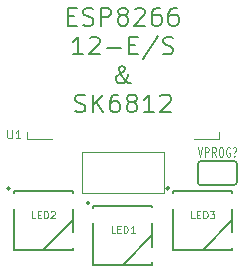
<source format=gto>
G04 #@! TF.FileFunction,Legend,Top*
%FSLAX46Y46*%
G04 Gerber Fmt 4.6, Leading zero omitted, Abs format (unit mm)*
G04 Created by KiCad (PCBNEW 4.0.7-e2-6376~58~ubuntu17.04.1) date Mon Dec 25 20:32:12 2017*
%MOMM*%
%LPD*%
G01*
G04 APERTURE LIST*
%ADD10C,0.100000*%
%ADD11C,0.200000*%
%ADD12C,0.152400*%
%ADD13C,0.150000*%
%ADD14C,0.120000*%
G04 APERTURE END LIST*
D10*
D11*
X151607144Y-111217857D02*
X152107144Y-111217857D01*
X152321430Y-112003571D02*
X151607144Y-112003571D01*
X151607144Y-110503571D01*
X152321430Y-110503571D01*
X152892858Y-111932143D02*
X153107144Y-112003571D01*
X153464287Y-112003571D01*
X153607144Y-111932143D01*
X153678573Y-111860714D01*
X153750001Y-111717857D01*
X153750001Y-111575000D01*
X153678573Y-111432143D01*
X153607144Y-111360714D01*
X153464287Y-111289286D01*
X153178573Y-111217857D01*
X153035715Y-111146429D01*
X152964287Y-111075000D01*
X152892858Y-110932143D01*
X152892858Y-110789286D01*
X152964287Y-110646429D01*
X153035715Y-110575000D01*
X153178573Y-110503571D01*
X153535715Y-110503571D01*
X153750001Y-110575000D01*
X154392858Y-112003571D02*
X154392858Y-110503571D01*
X154964286Y-110503571D01*
X155107144Y-110575000D01*
X155178572Y-110646429D01*
X155250001Y-110789286D01*
X155250001Y-111003571D01*
X155178572Y-111146429D01*
X155107144Y-111217857D01*
X154964286Y-111289286D01*
X154392858Y-111289286D01*
X156107144Y-111146429D02*
X155964286Y-111075000D01*
X155892858Y-111003571D01*
X155821429Y-110860714D01*
X155821429Y-110789286D01*
X155892858Y-110646429D01*
X155964286Y-110575000D01*
X156107144Y-110503571D01*
X156392858Y-110503571D01*
X156535715Y-110575000D01*
X156607144Y-110646429D01*
X156678572Y-110789286D01*
X156678572Y-110860714D01*
X156607144Y-111003571D01*
X156535715Y-111075000D01*
X156392858Y-111146429D01*
X156107144Y-111146429D01*
X155964286Y-111217857D01*
X155892858Y-111289286D01*
X155821429Y-111432143D01*
X155821429Y-111717857D01*
X155892858Y-111860714D01*
X155964286Y-111932143D01*
X156107144Y-112003571D01*
X156392858Y-112003571D01*
X156535715Y-111932143D01*
X156607144Y-111860714D01*
X156678572Y-111717857D01*
X156678572Y-111432143D01*
X156607144Y-111289286D01*
X156535715Y-111217857D01*
X156392858Y-111146429D01*
X157250000Y-110646429D02*
X157321429Y-110575000D01*
X157464286Y-110503571D01*
X157821429Y-110503571D01*
X157964286Y-110575000D01*
X158035715Y-110646429D01*
X158107143Y-110789286D01*
X158107143Y-110932143D01*
X158035715Y-111146429D01*
X157178572Y-112003571D01*
X158107143Y-112003571D01*
X159392857Y-110503571D02*
X159107143Y-110503571D01*
X158964286Y-110575000D01*
X158892857Y-110646429D01*
X158750000Y-110860714D01*
X158678571Y-111146429D01*
X158678571Y-111717857D01*
X158750000Y-111860714D01*
X158821428Y-111932143D01*
X158964286Y-112003571D01*
X159250000Y-112003571D01*
X159392857Y-111932143D01*
X159464286Y-111860714D01*
X159535714Y-111717857D01*
X159535714Y-111360714D01*
X159464286Y-111217857D01*
X159392857Y-111146429D01*
X159250000Y-111075000D01*
X158964286Y-111075000D01*
X158821428Y-111146429D01*
X158750000Y-111217857D01*
X158678571Y-111360714D01*
X160821428Y-110503571D02*
X160535714Y-110503571D01*
X160392857Y-110575000D01*
X160321428Y-110646429D01*
X160178571Y-110860714D01*
X160107142Y-111146429D01*
X160107142Y-111717857D01*
X160178571Y-111860714D01*
X160249999Y-111932143D01*
X160392857Y-112003571D01*
X160678571Y-112003571D01*
X160821428Y-111932143D01*
X160892857Y-111860714D01*
X160964285Y-111717857D01*
X160964285Y-111360714D01*
X160892857Y-111217857D01*
X160821428Y-111146429D01*
X160678571Y-111075000D01*
X160392857Y-111075000D01*
X160249999Y-111146429D01*
X160178571Y-111217857D01*
X160107142Y-111360714D01*
X152857143Y-114453571D02*
X152000000Y-114453571D01*
X152428572Y-114453571D02*
X152428572Y-112953571D01*
X152285715Y-113167857D01*
X152142857Y-113310714D01*
X152000000Y-113382143D01*
X153428571Y-113096429D02*
X153500000Y-113025000D01*
X153642857Y-112953571D01*
X154000000Y-112953571D01*
X154142857Y-113025000D01*
X154214286Y-113096429D01*
X154285714Y-113239286D01*
X154285714Y-113382143D01*
X154214286Y-113596429D01*
X153357143Y-114453571D01*
X154285714Y-114453571D01*
X154928571Y-113882143D02*
X156071428Y-113882143D01*
X156785714Y-113667857D02*
X157285714Y-113667857D01*
X157500000Y-114453571D02*
X156785714Y-114453571D01*
X156785714Y-112953571D01*
X157500000Y-112953571D01*
X159214285Y-112882143D02*
X157928571Y-114810714D01*
X159642857Y-114382143D02*
X159857143Y-114453571D01*
X160214286Y-114453571D01*
X160357143Y-114382143D01*
X160428572Y-114310714D01*
X160500000Y-114167857D01*
X160500000Y-114025000D01*
X160428572Y-113882143D01*
X160357143Y-113810714D01*
X160214286Y-113739286D01*
X159928572Y-113667857D01*
X159785714Y-113596429D01*
X159714286Y-113525000D01*
X159642857Y-113382143D01*
X159642857Y-113239286D01*
X159714286Y-113096429D01*
X159785714Y-113025000D01*
X159928572Y-112953571D01*
X160285714Y-112953571D01*
X160500000Y-113025000D01*
X156892858Y-116903571D02*
X156821429Y-116903571D01*
X156678572Y-116832143D01*
X156464286Y-116617857D01*
X156107143Y-116189286D01*
X155964286Y-115975000D01*
X155892858Y-115760714D01*
X155892858Y-115617857D01*
X155964286Y-115475000D01*
X156107143Y-115403571D01*
X156178572Y-115403571D01*
X156321429Y-115475000D01*
X156392858Y-115617857D01*
X156392858Y-115689286D01*
X156321429Y-115832143D01*
X156250000Y-115903571D01*
X155821429Y-116189286D01*
X155750000Y-116260714D01*
X155678572Y-116403571D01*
X155678572Y-116617857D01*
X155750000Y-116760714D01*
X155821429Y-116832143D01*
X155964286Y-116903571D01*
X156178572Y-116903571D01*
X156321429Y-116832143D01*
X156392858Y-116760714D01*
X156607143Y-116475000D01*
X156678572Y-116260714D01*
X156678572Y-116117857D01*
X152214287Y-119282143D02*
X152428573Y-119353571D01*
X152785716Y-119353571D01*
X152928573Y-119282143D01*
X153000002Y-119210714D01*
X153071430Y-119067857D01*
X153071430Y-118925000D01*
X153000002Y-118782143D01*
X152928573Y-118710714D01*
X152785716Y-118639286D01*
X152500002Y-118567857D01*
X152357144Y-118496429D01*
X152285716Y-118425000D01*
X152214287Y-118282143D01*
X152214287Y-118139286D01*
X152285716Y-117996429D01*
X152357144Y-117925000D01*
X152500002Y-117853571D01*
X152857144Y-117853571D01*
X153071430Y-117925000D01*
X153714287Y-119353571D02*
X153714287Y-117853571D01*
X154571430Y-119353571D02*
X153928573Y-118496429D01*
X154571430Y-117853571D02*
X153714287Y-118710714D01*
X155857144Y-117853571D02*
X155571430Y-117853571D01*
X155428573Y-117925000D01*
X155357144Y-117996429D01*
X155214287Y-118210714D01*
X155142858Y-118496429D01*
X155142858Y-119067857D01*
X155214287Y-119210714D01*
X155285715Y-119282143D01*
X155428573Y-119353571D01*
X155714287Y-119353571D01*
X155857144Y-119282143D01*
X155928573Y-119210714D01*
X156000001Y-119067857D01*
X156000001Y-118710714D01*
X155928573Y-118567857D01*
X155857144Y-118496429D01*
X155714287Y-118425000D01*
X155428573Y-118425000D01*
X155285715Y-118496429D01*
X155214287Y-118567857D01*
X155142858Y-118710714D01*
X156857144Y-118496429D02*
X156714286Y-118425000D01*
X156642858Y-118353571D01*
X156571429Y-118210714D01*
X156571429Y-118139286D01*
X156642858Y-117996429D01*
X156714286Y-117925000D01*
X156857144Y-117853571D01*
X157142858Y-117853571D01*
X157285715Y-117925000D01*
X157357144Y-117996429D01*
X157428572Y-118139286D01*
X157428572Y-118210714D01*
X157357144Y-118353571D01*
X157285715Y-118425000D01*
X157142858Y-118496429D01*
X156857144Y-118496429D01*
X156714286Y-118567857D01*
X156642858Y-118639286D01*
X156571429Y-118782143D01*
X156571429Y-119067857D01*
X156642858Y-119210714D01*
X156714286Y-119282143D01*
X156857144Y-119353571D01*
X157142858Y-119353571D01*
X157285715Y-119282143D01*
X157357144Y-119210714D01*
X157428572Y-119067857D01*
X157428572Y-118782143D01*
X157357144Y-118639286D01*
X157285715Y-118567857D01*
X157142858Y-118496429D01*
X158857143Y-119353571D02*
X158000000Y-119353571D01*
X158428572Y-119353571D02*
X158428572Y-117853571D01*
X158285715Y-118067857D01*
X158142857Y-118210714D01*
X158000000Y-118282143D01*
X159428571Y-117996429D02*
X159500000Y-117925000D01*
X159642857Y-117853571D01*
X160000000Y-117853571D01*
X160142857Y-117925000D01*
X160214286Y-117996429D01*
X160285714Y-118139286D01*
X160285714Y-118282143D01*
X160214286Y-118496429D01*
X159357143Y-119353571D01*
X160285714Y-119353571D01*
D10*
X162578572Y-122311905D02*
X162778572Y-123111905D01*
X162978572Y-122311905D01*
X163178572Y-123111905D02*
X163178572Y-122311905D01*
X163407144Y-122311905D01*
X163464286Y-122350000D01*
X163492858Y-122388095D01*
X163521429Y-122464286D01*
X163521429Y-122578571D01*
X163492858Y-122654762D01*
X163464286Y-122692857D01*
X163407144Y-122730952D01*
X163178572Y-122730952D01*
X164121429Y-123111905D02*
X163921429Y-122730952D01*
X163778572Y-123111905D02*
X163778572Y-122311905D01*
X164007144Y-122311905D01*
X164064286Y-122350000D01*
X164092858Y-122388095D01*
X164121429Y-122464286D01*
X164121429Y-122578571D01*
X164092858Y-122654762D01*
X164064286Y-122692857D01*
X164007144Y-122730952D01*
X163778572Y-122730952D01*
X164492858Y-122311905D02*
X164607144Y-122311905D01*
X164664286Y-122350000D01*
X164721429Y-122426190D01*
X164750001Y-122578571D01*
X164750001Y-122845238D01*
X164721429Y-122997619D01*
X164664286Y-123073810D01*
X164607144Y-123111905D01*
X164492858Y-123111905D01*
X164435715Y-123073810D01*
X164378572Y-122997619D01*
X164350001Y-122845238D01*
X164350001Y-122578571D01*
X164378572Y-122426190D01*
X164435715Y-122350000D01*
X164492858Y-122311905D01*
X165321429Y-122350000D02*
X165264286Y-122311905D01*
X165178572Y-122311905D01*
X165092857Y-122350000D01*
X165035715Y-122426190D01*
X165007143Y-122502381D01*
X164978572Y-122654762D01*
X164978572Y-122769048D01*
X165007143Y-122921429D01*
X165035715Y-122997619D01*
X165092857Y-123073810D01*
X165178572Y-123111905D01*
X165235715Y-123111905D01*
X165321429Y-123073810D01*
X165350000Y-123035714D01*
X165350000Y-122769048D01*
X165235715Y-122769048D01*
X165692857Y-123035714D02*
X165721429Y-123073810D01*
X165692857Y-123111905D01*
X165664286Y-123073810D01*
X165692857Y-123035714D01*
X165692857Y-123111905D01*
X165578572Y-122350000D02*
X165635715Y-122311905D01*
X165778572Y-122311905D01*
X165835715Y-122350000D01*
X165864286Y-122426190D01*
X165864286Y-122502381D01*
X165835715Y-122578571D01*
X165807143Y-122616667D01*
X165750000Y-122654762D01*
X165721429Y-122692857D01*
X165692857Y-122769048D01*
X165692857Y-122807143D01*
D12*
X165647000Y-125516000D02*
X162853000Y-125516000D01*
X165901000Y-123738000D02*
G75*
G03X165647000Y-123484000I-254000J0D01*
G01*
X162853000Y-123484000D02*
G75*
G03X162599000Y-123738000I0J-254000D01*
G01*
X162853000Y-125516000D02*
G75*
G02X162599000Y-125262000I0J254000D01*
G01*
X165901000Y-125262000D02*
G75*
G02X165647000Y-125516000I-254000J0D01*
G01*
X165901000Y-125262000D02*
X165901000Y-123738000D01*
X162599000Y-125262000D02*
X162599000Y-123738000D01*
X162853000Y-123484000D02*
X165647000Y-123484000D01*
D13*
X156250000Y-132250000D02*
X158750000Y-129750000D01*
X153750000Y-127250000D02*
X153750000Y-127450000D01*
X155300000Y-127250000D02*
X153750000Y-127250000D01*
X153750000Y-129450000D02*
X153750000Y-128750000D01*
X158750000Y-127250000D02*
X155250000Y-127250000D01*
X153750000Y-129450000D02*
X153750000Y-132050000D01*
X153441421Y-127050000D02*
G75*
G03X153441421Y-127050000I-141421J0D01*
G01*
X158750000Y-128750000D02*
X158750000Y-130750000D01*
X158750000Y-132050000D02*
X158750000Y-132250000D01*
X158750000Y-132250000D02*
X153750000Y-132250000D01*
X153750000Y-132250000D02*
X153750000Y-132050000D01*
X158750000Y-127250000D02*
X158750000Y-127400000D01*
X149500000Y-131000000D02*
X152000000Y-128500000D01*
X147000000Y-126000000D02*
X147000000Y-126200000D01*
X148550000Y-126000000D02*
X147000000Y-126000000D01*
X147000000Y-128200000D02*
X147000000Y-127500000D01*
X152000000Y-126000000D02*
X148500000Y-126000000D01*
X147000000Y-128200000D02*
X147000000Y-130800000D01*
X146691421Y-125800000D02*
G75*
G03X146691421Y-125800000I-141421J0D01*
G01*
X152000000Y-127500000D02*
X152000000Y-129500000D01*
X152000000Y-130800000D02*
X152000000Y-131000000D01*
X152000000Y-131000000D02*
X147000000Y-131000000D01*
X147000000Y-131000000D02*
X147000000Y-130800000D01*
X152000000Y-126000000D02*
X152000000Y-126150000D01*
X163000000Y-131000000D02*
X165500000Y-128500000D01*
X160500000Y-126000000D02*
X160500000Y-126200000D01*
X162050000Y-126000000D02*
X160500000Y-126000000D01*
X160500000Y-128200000D02*
X160500000Y-127500000D01*
X165500000Y-126000000D02*
X162000000Y-126000000D01*
X160500000Y-128200000D02*
X160500000Y-130800000D01*
X160191421Y-125800000D02*
G75*
G03X160191421Y-125800000I-141421J0D01*
G01*
X165500000Y-127500000D02*
X165500000Y-129500000D01*
X165500000Y-130800000D02*
X165500000Y-131000000D01*
X165500000Y-131000000D02*
X160500000Y-131000000D01*
X160500000Y-131000000D02*
X160500000Y-130800000D01*
X165500000Y-126000000D02*
X165500000Y-126150000D01*
D14*
X159750000Y-126200000D02*
X159750000Y-122700000D01*
X159750000Y-122700000D02*
X152750000Y-122700000D01*
X152750000Y-122700000D02*
X152750000Y-126200000D01*
X159750000Y-126200000D02*
X152750000Y-126200000D01*
X164370000Y-121000000D02*
X164370000Y-121620000D01*
X164370000Y-121620000D02*
X162250000Y-121620000D01*
X150250000Y-121620000D02*
X148130000Y-121620000D01*
X148130000Y-121620000D02*
X148130000Y-121000000D01*
D10*
X155578571Y-129571429D02*
X155292857Y-129571429D01*
X155292857Y-128971429D01*
X155778571Y-129257143D02*
X155978571Y-129257143D01*
X156064285Y-129571429D02*
X155778571Y-129571429D01*
X155778571Y-128971429D01*
X156064285Y-128971429D01*
X156321428Y-129571429D02*
X156321428Y-128971429D01*
X156464285Y-128971429D01*
X156550000Y-129000000D01*
X156607142Y-129057143D01*
X156635714Y-129114286D01*
X156664285Y-129228571D01*
X156664285Y-129314286D01*
X156635714Y-129428571D01*
X156607142Y-129485714D01*
X156550000Y-129542857D01*
X156464285Y-129571429D01*
X156321428Y-129571429D01*
X157235714Y-129571429D02*
X156892857Y-129571429D01*
X157064285Y-129571429D02*
X157064285Y-128971429D01*
X157007142Y-129057143D01*
X156950000Y-129114286D01*
X156892857Y-129142857D01*
X148828571Y-128321429D02*
X148542857Y-128321429D01*
X148542857Y-127721429D01*
X149028571Y-128007143D02*
X149228571Y-128007143D01*
X149314285Y-128321429D02*
X149028571Y-128321429D01*
X149028571Y-127721429D01*
X149314285Y-127721429D01*
X149571428Y-128321429D02*
X149571428Y-127721429D01*
X149714285Y-127721429D01*
X149800000Y-127750000D01*
X149857142Y-127807143D01*
X149885714Y-127864286D01*
X149914285Y-127978571D01*
X149914285Y-128064286D01*
X149885714Y-128178571D01*
X149857142Y-128235714D01*
X149800000Y-128292857D01*
X149714285Y-128321429D01*
X149571428Y-128321429D01*
X150142857Y-127778571D02*
X150171428Y-127750000D01*
X150228571Y-127721429D01*
X150371428Y-127721429D01*
X150428571Y-127750000D01*
X150457142Y-127778571D01*
X150485714Y-127835714D01*
X150485714Y-127892857D01*
X150457142Y-127978571D01*
X150114285Y-128321429D01*
X150485714Y-128321429D01*
X162328571Y-128321429D02*
X162042857Y-128321429D01*
X162042857Y-127721429D01*
X162528571Y-128007143D02*
X162728571Y-128007143D01*
X162814285Y-128321429D02*
X162528571Y-128321429D01*
X162528571Y-127721429D01*
X162814285Y-127721429D01*
X163071428Y-128321429D02*
X163071428Y-127721429D01*
X163214285Y-127721429D01*
X163300000Y-127750000D01*
X163357142Y-127807143D01*
X163385714Y-127864286D01*
X163414285Y-127978571D01*
X163414285Y-128064286D01*
X163385714Y-128178571D01*
X163357142Y-128235714D01*
X163300000Y-128292857D01*
X163214285Y-128321429D01*
X163071428Y-128321429D01*
X163614285Y-127721429D02*
X163985714Y-127721429D01*
X163785714Y-127950000D01*
X163871428Y-127950000D01*
X163928571Y-127978571D01*
X163957142Y-128007143D01*
X163985714Y-128064286D01*
X163985714Y-128207143D01*
X163957142Y-128264286D01*
X163928571Y-128292857D01*
X163871428Y-128321429D01*
X163700000Y-128321429D01*
X163642857Y-128292857D01*
X163614285Y-128264286D01*
X146466667Y-120866667D02*
X146466667Y-121433333D01*
X146500000Y-121500000D01*
X146533333Y-121533333D01*
X146600000Y-121566667D01*
X146733333Y-121566667D01*
X146800000Y-121533333D01*
X146833333Y-121500000D01*
X146866667Y-121433333D01*
X146866667Y-120866667D01*
X147566666Y-121566667D02*
X147166666Y-121566667D01*
X147366666Y-121566667D02*
X147366666Y-120866667D01*
X147300000Y-120966667D01*
X147233333Y-121033333D01*
X147166666Y-121066667D01*
M02*

</source>
